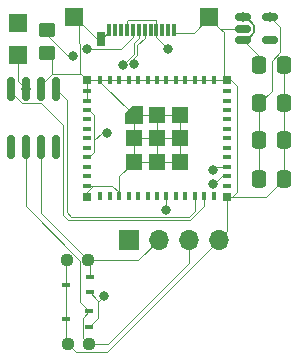
<source format=gbr>
%TF.GenerationSoftware,KiCad,Pcbnew,7.0.7*%
%TF.CreationDate,2023-09-14T22:30:26+02:00*%
%TF.ProjectId,CAN,43414e2e-6b69-4636-9164-5f7063625858,X1*%
%TF.SameCoordinates,Original*%
%TF.FileFunction,Copper,L1,Top*%
%TF.FilePolarity,Positive*%
%FSLAX46Y46*%
G04 Gerber Fmt 4.6, Leading zero omitted, Abs format (unit mm)*
G04 Created by KiCad (PCBNEW 7.0.7) date 2023-09-14 22:30:26*
%MOMM*%
%LPD*%
G01*
G04 APERTURE LIST*
G04 Aperture macros list*
%AMRoundRect*
0 Rectangle with rounded corners*
0 $1 Rounding radius*
0 $2 $3 $4 $5 $6 $7 $8 $9 X,Y pos of 4 corners*
0 Add a 4 corners polygon primitive as box body*
4,1,4,$2,$3,$4,$5,$6,$7,$8,$9,$2,$3,0*
0 Add four circle primitives for the rounded corners*
1,1,$1+$1,$2,$3*
1,1,$1+$1,$4,$5*
1,1,$1+$1,$6,$7*
1,1,$1+$1,$8,$9*
0 Add four rect primitives between the rounded corners*
20,1,$1+$1,$2,$3,$4,$5,0*
20,1,$1+$1,$4,$5,$6,$7,0*
20,1,$1+$1,$6,$7,$8,$9,0*
20,1,$1+$1,$8,$9,$2,$3,0*%
%AMFreePoly0*
4,1,6,0.725000,-0.725000,-0.725000,-0.725000,-0.725000,0.125000,-0.125000,0.725000,0.725000,0.725000,0.725000,-0.725000,0.725000,-0.725000,$1*%
G04 Aperture macros list end*
%TA.AperFunction,SMDPad,CuDef*%
%ADD10RoundRect,0.250000X-0.450000X0.350000X-0.450000X-0.350000X0.450000X-0.350000X0.450000X0.350000X0*%
%TD*%
%TA.AperFunction,SMDPad,CuDef*%
%ADD11R,1.500000X1.500000*%
%TD*%
%TA.AperFunction,SMDPad,CuDef*%
%ADD12RoundRect,0.250000X0.337500X0.475000X-0.337500X0.475000X-0.337500X-0.475000X0.337500X-0.475000X0*%
%TD*%
%TA.AperFunction,SMDPad,CuDef*%
%ADD13RoundRect,0.250000X-0.337500X-0.475000X0.337500X-0.475000X0.337500X0.475000X-0.337500X0.475000X0*%
%TD*%
%TA.AperFunction,SMDPad,CuDef*%
%ADD14R,0.380000X1.000000*%
%TD*%
%TA.AperFunction,SMDPad,CuDef*%
%ADD15R,0.700000X1.150000*%
%TD*%
%TA.AperFunction,SMDPad,CuDef*%
%ADD16RoundRect,0.237500X0.250000X0.237500X-0.250000X0.237500X-0.250000X-0.237500X0.250000X-0.237500X0*%
%TD*%
%TA.AperFunction,SMDPad,CuDef*%
%ADD17R,0.700000X0.450000*%
%TD*%
%TA.AperFunction,SMDPad,CuDef*%
%ADD18RoundRect,0.150000X-0.512500X-0.150000X0.512500X-0.150000X0.512500X0.150000X-0.512500X0.150000X0*%
%TD*%
%TA.AperFunction,SMDPad,CuDef*%
%ADD19R,0.800000X0.400000*%
%TD*%
%TA.AperFunction,SMDPad,CuDef*%
%ADD20R,0.400000X0.800000*%
%TD*%
%TA.AperFunction,SMDPad,CuDef*%
%ADD21FreePoly0,0.000000*%
%TD*%
%TA.AperFunction,SMDPad,CuDef*%
%ADD22R,1.450000X1.450000*%
%TD*%
%TA.AperFunction,SMDPad,CuDef*%
%ADD23R,0.700000X0.700000*%
%TD*%
%TA.AperFunction,SMDPad,CuDef*%
%ADD24RoundRect,0.150000X-0.150000X0.825000X-0.150000X-0.825000X0.150000X-0.825000X0.150000X0.825000X0*%
%TD*%
%TA.AperFunction,ComponentPad*%
%ADD25R,1.700000X1.700000*%
%TD*%
%TA.AperFunction,ComponentPad*%
%ADD26O,1.700000X1.700000*%
%TD*%
%TA.AperFunction,ViaPad*%
%ADD27C,0.800000*%
%TD*%
%TA.AperFunction,Conductor*%
%ADD28C,0.125000*%
%TD*%
G04 APERTURE END LIST*
D10*
%TO.P,R1,1*%
%TO.N,Net-(P1-CC)*%
X67183000Y-88424000D03*
%TO.P,R1,2*%
%TO.N,GND*%
X67183000Y-90424000D03*
%TD*%
D11*
%TO.P,TP6,1,1*%
%TO.N,+3.3V*%
X64770000Y-90551000D03*
%TD*%
%TO.P,TP5,1,1*%
%TO.N,VBUS*%
X64770000Y-87884000D03*
%TD*%
D12*
%TO.P,C4,2*%
%TO.N,+3.3V*%
X85195500Y-101092000D03*
%TO.P,C4,1*%
%TO.N,GND*%
X87270500Y-101092000D03*
%TD*%
D13*
%TO.P,C3,1*%
%TO.N,+3.3V*%
X85195500Y-97790000D03*
%TO.P,C3,2*%
%TO.N,GND*%
X87270500Y-97790000D03*
%TD*%
%TO.P,C2,1*%
%TO.N,+3.3V*%
X85195500Y-94615000D03*
%TO.P,C2,2*%
%TO.N,GND*%
X87270500Y-94615000D03*
%TD*%
%TO.P,C1,2*%
%TO.N,GND*%
X87270500Y-91440000D03*
%TO.P,C1,1*%
%TO.N,VBUS*%
X85195500Y-91440000D03*
%TD*%
D14*
%TO.P,P1,A1,GND*%
%TO.N,GND*%
X72480000Y-88414000D03*
%TO.P,P1,A2*%
%TO.N,N/C*%
X72980000Y-88414000D03*
%TO.P,P1,A3*%
X73480000Y-88414000D03*
%TO.P,P1,A4,VBUS*%
%TO.N,VBUS*%
X73980000Y-88414000D03*
%TO.P,P1,A5,CC*%
%TO.N,Net-(P1-CC)*%
X74480000Y-88414000D03*
%TO.P,P1,A6,D+*%
%TO.N,/D+*%
X74980000Y-88414000D03*
%TO.P,P1,A7,D-*%
%TO.N,/D-*%
X75480000Y-88414000D03*
%TO.P,P1,A8*%
%TO.N,N/C*%
X75980000Y-88414000D03*
%TO.P,P1,A9,VBUS*%
%TO.N,VBUS*%
X76480000Y-88414000D03*
%TO.P,P1,A10*%
%TO.N,N/C*%
X76980000Y-88414000D03*
%TO.P,P1,A11*%
X77480000Y-88414000D03*
%TO.P,P1,A12,GND*%
%TO.N,GND*%
X77980000Y-88414000D03*
D15*
%TO.P,P1,S1,SHIELD*%
X71810000Y-89254000D03*
%TD*%
D11*
%TO.P,TP1,1,1*%
%TO.N,GND*%
X69530000Y-87374000D03*
%TD*%
%TO.P,TP3,1,1*%
%TO.N,GND*%
X80930000Y-87374000D03*
%TD*%
D16*
%TO.P,R2,1*%
%TO.N,CAN_H*%
X70692500Y-107932000D03*
%TO.P,R2,2*%
%TO.N,GND*%
X68867500Y-107932000D03*
%TD*%
D17*
%TO.P,Q1,1,G*%
%TO.N,/TERM*%
X70812000Y-110666000D03*
%TO.P,Q1,2,S*%
%TO.N,CAN_H*%
X70812000Y-109366000D03*
%TO.P,Q1,3,D*%
%TO.N,GND*%
X68812000Y-110016000D03*
%TD*%
D18*
%TO.P,U1,1,VIN*%
%TO.N,VBUS*%
X83820000Y-87390000D03*
%TO.P,U1,2,GND*%
%TO.N,GND*%
X83820000Y-88340000D03*
%TO.P,U1,3,EN*%
%TO.N,VBUS*%
X83820000Y-89290000D03*
%TO.P,U1,4,NC*%
%TO.N,unconnected-(U1-NC-Pad4)*%
X86095000Y-89290000D03*
%TO.P,U1,5,VOUT*%
%TO.N,+3.3V*%
X86095000Y-87390000D03*
%TD*%
D19*
%TO.P,U5,1,GND*%
%TO.N,GND*%
X70630000Y-93624000D03*
%TO.P,U5,2,GND*%
X70630000Y-94424000D03*
%TO.P,U5,3,3V3*%
%TO.N,+3.3V*%
X70630000Y-95224000D03*
%TO.P,U5,4,NC*%
%TO.N,unconnected-(U5-NC-Pad4)*%
X70630000Y-96024000D03*
%TO.P,U5,5,GPIO2/ADC1_CH2*%
%TO.N,unconnected-(U5-GPIO2{slash}ADC1_CH2-Pad5)*%
X70630000Y-96824000D03*
%TO.P,U5,6,GPIO3/ADC1_CH3*%
%TO.N,unconnected-(U5-GPIO3{slash}ADC1_CH3-Pad6)*%
X70630000Y-97624000D03*
%TO.P,U5,7,NC*%
%TO.N,unconnected-(U5-NC-Pad7)*%
X70630000Y-98424000D03*
%TO.P,U5,8,EN/CHIP_PU*%
%TO.N,+3.3V*%
X70630000Y-99224000D03*
%TO.P,U5,9,NC*%
%TO.N,unconnected-(U5-NC-Pad9)*%
X70630000Y-100024000D03*
%TO.P,U5,10,NC*%
%TO.N,unconnected-(U5-NC-Pad10)*%
X70630000Y-100824000D03*
%TO.P,U5,11,GND*%
%TO.N,GND*%
X70630000Y-101624000D03*
D20*
%TO.P,U5,12,GPIO0/ADC1_CH0/XTAL_32K_P*%
%TO.N,unconnected-(U5-GPIO0{slash}ADC1_CH0{slash}XTAL_32K_P-Pad12)*%
X71730000Y-102524000D03*
%TO.P,U5,13,GPIO1/ADC1_CH1/XTAL_32K_N*%
%TO.N,unconnected-(U5-GPIO1{slash}ADC1_CH1{slash}XTAL_32K_N-Pad13)*%
X72530000Y-102524000D03*
%TO.P,U5,14,GND*%
%TO.N,GND*%
X73330000Y-102524000D03*
%TO.P,U5,15,NC*%
%TO.N,unconnected-(U5-NC-Pad15)*%
X74130000Y-102524000D03*
%TO.P,U5,16,GPIO10*%
%TO.N,unconnected-(U5-GPIO10-Pad16)*%
X74930000Y-102524000D03*
%TO.P,U5,17,NC*%
%TO.N,unconnected-(U5-NC-Pad17)*%
X75730000Y-102524000D03*
%TO.P,U5,18,GPIO4/ADC1_CH4*%
%TO.N,unconnected-(U5-GPIO4{slash}ADC1_CH4-Pad18)*%
X76530000Y-102524000D03*
%TO.P,U5,19,GPIO5/ADC2_CH0*%
%TO.N,/TERM*%
X77330000Y-102524000D03*
%TO.P,U5,20,GPIO6*%
%TO.N,unconnected-(U5-GPIO6-Pad20)*%
X78130000Y-102524000D03*
%TO.P,U5,21,GPIO7*%
%TO.N,unconnected-(U5-GPIO7-Pad21)*%
X78930000Y-102524000D03*
%TO.P,U5,22,GPIO8*%
%TO.N,/CAN_TX*%
X79730000Y-102524000D03*
%TO.P,U5,23,GPIO9*%
%TO.N,/CAN_RX*%
X80530000Y-102524000D03*
%TO.P,U5,24,NC*%
%TO.N,unconnected-(U5-NC-Pad24)*%
X81330000Y-102524000D03*
D19*
%TO.P,U5,25,NC*%
%TO.N,unconnected-(U5-NC-Pad25)*%
X82430000Y-101624000D03*
%TO.P,U5,26,GPIO18/USB_D-*%
%TO.N,/D-*%
X82430000Y-100824000D03*
%TO.P,U5,27,GPIO19/USB_D+*%
%TO.N,/D+*%
X82430000Y-100024000D03*
%TO.P,U5,28,NC*%
%TO.N,unconnected-(U5-NC-Pad28)*%
X82430000Y-99224000D03*
%TO.P,U5,29,NC*%
%TO.N,unconnected-(U5-NC-Pad29)*%
X82430000Y-98424000D03*
%TO.P,U5,30,GPIO20/U0RXD*%
%TO.N,/RXD*%
X82430000Y-97624000D03*
%TO.P,U5,31,GPIO21/U0TXD*%
%TO.N,/TXD*%
X82430000Y-96824000D03*
%TO.P,U5,32,NC*%
%TO.N,unconnected-(U5-NC-Pad32)*%
X82430000Y-96024000D03*
%TO.P,U5,33,NC*%
%TO.N,unconnected-(U5-NC-Pad33)*%
X82430000Y-95224000D03*
%TO.P,U5,34,NC*%
%TO.N,unconnected-(U5-NC-Pad34)*%
X82430000Y-94424000D03*
%TO.P,U5,35,NC*%
%TO.N,unconnected-(U5-NC-Pad35)*%
X82430000Y-93624000D03*
D20*
%TO.P,U5,36,GND*%
%TO.N,GND*%
X81330000Y-92724000D03*
%TO.P,U5,37,GND*%
X80530000Y-92724000D03*
%TO.P,U5,38,GND*%
X79730000Y-92724000D03*
%TO.P,U5,39,GND*%
X78930000Y-92724000D03*
%TO.P,U5,40,GND*%
X78130000Y-92724000D03*
%TO.P,U5,41,GND*%
X77330000Y-92724000D03*
%TO.P,U5,42,GND*%
X76530000Y-92724000D03*
%TO.P,U5,43,GND*%
X75730000Y-92724000D03*
%TO.P,U5,44,GND*%
X74930000Y-92724000D03*
%TO.P,U5,45,GND*%
X74130000Y-92724000D03*
%TO.P,U5,46,GND*%
X73330000Y-92724000D03*
%TO.P,U5,47,GND*%
X72530000Y-92724000D03*
%TO.P,U5,48,GND*%
X71730000Y-92724000D03*
D21*
%TO.P,U5,49,GND*%
X74555000Y-95649000D03*
D22*
X74555000Y-97624000D03*
X74555000Y-99599000D03*
X76530000Y-95649000D03*
X76530000Y-97624000D03*
X76530000Y-99599000D03*
X78505000Y-95649000D03*
X78505000Y-97624000D03*
X78505000Y-99599000D03*
D23*
%TO.P,U5,50,GND*%
X82480000Y-92674000D03*
%TO.P,U5,51,GND*%
X82480000Y-102574000D03*
%TO.P,U5,52,GND*%
X70580000Y-102574000D03*
%TO.P,U5,53,GND*%
X70580000Y-92674000D03*
%TD*%
D16*
%TO.P,R3,1*%
%TO.N,CAN_L*%
X70796000Y-115030000D03*
%TO.P,R3,2*%
%TO.N,GND*%
X68971000Y-115030000D03*
%TD*%
D24*
%TO.P,U2,1,D*%
%TO.N,/CAN_TX*%
X67945000Y-93424000D03*
%TO.P,U2,2,GND*%
%TO.N,GND*%
X66675000Y-93424000D03*
%TO.P,U2,3,VCC*%
%TO.N,+3.3V*%
X65405000Y-93424000D03*
%TO.P,U2,4,R*%
%TO.N,/CAN_RX*%
X64135000Y-93424000D03*
%TO.P,U2,5,Vref*%
%TO.N,unconnected-(U2-Vref-Pad5)*%
X64135000Y-98374000D03*
%TO.P,U2,6,CANL*%
%TO.N,CAN_L*%
X65405000Y-98374000D03*
%TO.P,U2,7,CANH*%
%TO.N,CAN_H*%
X66675000Y-98374000D03*
%TO.P,U2,8,Rs*%
%TO.N,unconnected-(U2-Rs-Pad8)*%
X67945000Y-98374000D03*
%TD*%
D25*
%TO.P,J1,1,Pin_1*%
%TO.N,VBUS*%
X74150000Y-106200000D03*
D26*
%TO.P,J1,2,Pin_2*%
%TO.N,CAN_H*%
X76690000Y-106200000D03*
%TO.P,J1,3,Pin_3*%
%TO.N,CAN_L*%
X79230000Y-106200000D03*
%TO.P,J1,4,Pin_4*%
%TO.N,GND*%
X81770000Y-106200000D03*
%TD*%
D17*
%TO.P,Q2,1,G*%
%TO.N,/TERM*%
X70796000Y-113572000D03*
%TO.P,Q2,2,S*%
%TO.N,CAN_L*%
X70796000Y-112272000D03*
%TO.P,Q2,3,D*%
%TO.N,GND*%
X68796000Y-112922000D03*
%TD*%
D27*
%TO.N,Net-(P1-CC)*%
X69395000Y-90678000D03*
X70559000Y-90043000D03*
%TO.N,+3.3V*%
X72263000Y-97155000D03*
X64770000Y-90551000D03*
%TO.N,VBUS*%
X64770000Y-87884000D03*
%TO.N,GND*%
X80930000Y-87374000D03*
X69530000Y-87374000D03*
%TO.N,+3.3V*%
X65405000Y-93424000D03*
X86095000Y-87390000D03*
%TO.N,VBUS*%
X77442500Y-90091500D03*
X83820000Y-87390000D03*
%TO.N,/D+*%
X73660000Y-91454000D03*
X81280000Y-100344000D03*
%TO.N,/D-*%
X81280000Y-101524498D03*
X74597631Y-91339443D03*
%TO.N,/TERM*%
X72000000Y-111000000D03*
X77300000Y-103673000D03*
%TD*%
D28*
%TO.N,Net-(P1-CC)*%
X70559000Y-90043000D02*
X73476000Y-90043000D01*
X73476000Y-90043000D02*
X74480000Y-89039000D01*
X74480000Y-89039000D02*
X74480000Y-88414000D01*
X67183000Y-88900000D02*
X67183000Y-88424000D01*
X68961000Y-90678000D02*
X67183000Y-88900000D01*
X69395000Y-90678000D02*
X68961000Y-90678000D01*
%TO.N,/D-*%
X75480000Y-89129000D02*
X75480000Y-88414000D01*
X74597631Y-91339443D02*
X74597631Y-90862851D01*
X74597631Y-90862851D02*
X74850000Y-90610482D01*
X74850000Y-90610482D02*
X74850000Y-89759000D01*
X74850000Y-89759000D02*
X75480000Y-89129000D01*
%TO.N,/D+*%
X73660000Y-91454000D02*
X74605000Y-90509000D01*
X74605000Y-90509000D02*
X74605000Y-89544380D01*
X74605000Y-89544380D02*
X74980000Y-89169380D01*
X74980000Y-89169380D02*
X74980000Y-88414000D01*
%TO.N,GND*%
X69530000Y-87374000D02*
X69902500Y-87746500D01*
X69902500Y-87746500D02*
X69902500Y-89596280D01*
X69902500Y-89596280D02*
X69977000Y-89670780D01*
X69977000Y-89670780D02*
X69977000Y-92071000D01*
X69977000Y-92071000D02*
X70580000Y-92674000D01*
X67183000Y-90424000D02*
X67624137Y-90865137D01*
X67624137Y-90865137D02*
X67624137Y-92186500D01*
%TO.N,+3.3V*%
X71847500Y-97155000D02*
X71212500Y-97790000D01*
X71212500Y-98806500D02*
X71212500Y-97790000D01*
X71212500Y-97790000D02*
X71212500Y-95641500D01*
X72263000Y-97155000D02*
X71847500Y-97155000D01*
X65405000Y-93424000D02*
X64770000Y-92789000D01*
X64770000Y-92789000D02*
X64770000Y-90551000D01*
X86095000Y-87390000D02*
X86940000Y-88235000D01*
X86940000Y-88235000D02*
X86940000Y-90338500D01*
X86940000Y-90338500D02*
X86233000Y-91045500D01*
X86233000Y-91045500D02*
X86233000Y-93577500D01*
X86233000Y-93577500D02*
X85195500Y-94615000D01*
%TO.N,VBUS*%
X85195500Y-91440000D02*
X85195500Y-90665500D01*
X85195500Y-90665500D02*
X83820000Y-89290000D01*
%TO.N,GND*%
X87270500Y-101092000D02*
X85788500Y-102574000D01*
X85788500Y-102574000D02*
X82480000Y-102574000D01*
%TO.N,+3.3V*%
X85195500Y-94615000D02*
X85195500Y-101092000D01*
%TO.N,GND*%
X87270500Y-101092000D02*
X87270500Y-91440000D01*
X82480000Y-102574000D02*
X82866000Y-102574000D01*
X82866000Y-102574000D02*
X83280000Y-102160000D01*
X83280000Y-102160000D02*
X83280000Y-93170000D01*
X83280000Y-93170000D02*
X82784000Y-92674000D01*
X82784000Y-92674000D02*
X82480000Y-92674000D01*
X81896000Y-88340000D02*
X82220000Y-88664000D01*
X82220000Y-88664000D02*
X82220000Y-92414000D01*
X82220000Y-92414000D02*
X82480000Y-92674000D01*
%TO.N,+3.3V*%
X70630000Y-99224000D02*
X70795000Y-99224000D01*
X71212500Y-95641500D02*
X70795000Y-95224000D01*
X70795000Y-99224000D02*
X71212500Y-98806500D01*
X70795000Y-95224000D02*
X70630000Y-95224000D01*
%TO.N,GND*%
X68796000Y-114855000D02*
X68796000Y-112922000D01*
X71120000Y-101624000D02*
X70630000Y-101624000D01*
X70630000Y-92724000D02*
X70580000Y-92674000D01*
X72480000Y-88584000D02*
X71810000Y-89254000D01*
X82480000Y-105490000D02*
X81770000Y-106200000D01*
X73330000Y-100824000D02*
X73330000Y-102524000D01*
X74555000Y-99599000D02*
X78505000Y-99599000D01*
X71730000Y-92824000D02*
X71730000Y-92724000D01*
X74555000Y-95649000D02*
X78505000Y-95649000D01*
X82430000Y-92724000D02*
X82480000Y-92674000D01*
X69530000Y-87374000D02*
X69580000Y-87374000D01*
X73330000Y-102524000D02*
X73330000Y-102199000D01*
X73330000Y-102199000D02*
X72755000Y-101624000D01*
X81896000Y-88340000D02*
X80930000Y-87374000D01*
X72282500Y-115687500D02*
X69628500Y-115687500D01*
X74555000Y-95649000D02*
X71730000Y-92824000D01*
X71460000Y-89254000D02*
X71810000Y-89254000D01*
X76530000Y-95649000D02*
X76530000Y-99599000D01*
X68796000Y-110032000D02*
X68812000Y-110016000D01*
X66675000Y-93424000D02*
X66675000Y-93135637D01*
X74555000Y-99599000D02*
X74555000Y-95649000D01*
X72755000Y-101624000D02*
X71120000Y-101624000D01*
X70092500Y-92186500D02*
X70580000Y-92674000D01*
X70580000Y-102164000D02*
X70580000Y-102574000D01*
X77980000Y-88414000D02*
X77980000Y-88679000D01*
X66675000Y-93135637D02*
X67624137Y-92186500D01*
X81770000Y-106200000D02*
X72282500Y-115687500D01*
X82480000Y-102574000D02*
X82480000Y-105490000D01*
X74555000Y-99599000D02*
X73330000Y-100824000D01*
X71730000Y-92724000D02*
X82430000Y-92724000D01*
X79625000Y-88679000D02*
X80930000Y-87374000D01*
X72480000Y-88414000D02*
X72480000Y-88584000D01*
X70630000Y-94424000D02*
X70630000Y-92724000D01*
X69580000Y-87374000D02*
X71460000Y-89254000D01*
X68971000Y-115030000D02*
X68796000Y-114855000D01*
X68796000Y-112922000D02*
X68796000Y-110032000D01*
X71680000Y-92674000D02*
X71730000Y-92724000D01*
X78505000Y-99599000D02*
X78505000Y-95649000D01*
X70580000Y-92674000D02*
X71680000Y-92674000D01*
X68812000Y-107987500D02*
X68867500Y-107932000D01*
X69628500Y-115687500D02*
X68971000Y-115030000D01*
X77980000Y-88679000D02*
X79625000Y-88679000D01*
X74555000Y-97624000D02*
X78505000Y-97624000D01*
X68812000Y-110016000D02*
X68812000Y-107987500D01*
X71120000Y-101624000D02*
X70580000Y-102164000D01*
X67624137Y-92186500D02*
X70092500Y-92186500D01*
X83820000Y-88340000D02*
X81896000Y-88340000D01*
%TO.N,VBUS*%
X76432500Y-88461500D02*
X76480000Y-88414000D01*
X76480000Y-87699000D02*
X76480000Y-88414000D01*
X83820000Y-87390000D02*
X84002726Y-87390000D01*
X84002726Y-89290000D02*
X83820000Y-89290000D01*
X84745000Y-88660863D02*
X84115863Y-89290000D01*
X83855500Y-89290000D02*
X83820000Y-89290000D01*
X73980000Y-88414000D02*
X73980000Y-87699000D01*
X74035000Y-87644000D02*
X76425000Y-87644000D01*
X73980000Y-87699000D02*
X74035000Y-87644000D01*
X84665000Y-88627726D02*
X84002726Y-89290000D01*
X84002726Y-87390000D02*
X84665000Y-88052274D01*
X77442500Y-90091500D02*
X76432500Y-89081500D01*
X84665000Y-88052274D02*
X84665000Y-88627726D01*
X84115863Y-87390000D02*
X84745000Y-88019137D01*
X84115863Y-89290000D02*
X83820000Y-89290000D01*
X76425000Y-87644000D02*
X76480000Y-87699000D01*
X83820000Y-87390000D02*
X84115863Y-87390000D01*
X84745000Y-88019137D02*
X84745000Y-88660863D01*
X76432500Y-89081500D02*
X76432500Y-88461500D01*
%TO.N,/D+*%
X81280000Y-100344000D02*
X81600000Y-100024000D01*
X81600000Y-100024000D02*
X82430000Y-100024000D01*
%TO.N,/D-*%
X82070000Y-100824000D02*
X81369502Y-101524498D01*
X82430000Y-100824000D02*
X82070000Y-100824000D01*
X81369502Y-101524498D02*
X81280000Y-101524498D01*
%TO.N,/TERM*%
X71517000Y-112851000D02*
X71517000Y-111371000D01*
X71629000Y-111371000D02*
X72000000Y-111000000D01*
X77300000Y-102554000D02*
X77330000Y-102524000D01*
X71517000Y-111371000D02*
X70812000Y-110666000D01*
X77300000Y-103673000D02*
X77300000Y-102554000D01*
X71517000Y-111371000D02*
X71629000Y-111371000D01*
X70796000Y-113572000D02*
X71517000Y-112851000D01*
%TO.N,/CAN_TX*%
X67945000Y-93424000D02*
X68905000Y-94384000D01*
X79258018Y-104255000D02*
X79730000Y-103783018D01*
X69255000Y-104255000D02*
X79258018Y-104255000D01*
X79730000Y-103783018D02*
X79730000Y-102524000D01*
X68905000Y-94384000D02*
X68905000Y-103905000D01*
X68905000Y-103905000D02*
X69255000Y-104255000D01*
%TO.N,/CAN_RX*%
X66707500Y-94661500D02*
X68580000Y-96534000D01*
X69000000Y-104500000D02*
X79359500Y-104500000D01*
X65084137Y-94661500D02*
X66707500Y-94661500D01*
X79359500Y-104500000D02*
X80530000Y-103329500D01*
X68580000Y-104080000D02*
X69000000Y-104500000D01*
X80530000Y-103329500D02*
X80530000Y-102524000D01*
X64135000Y-93712363D02*
X65084137Y-94661500D01*
X64135000Y-93424000D02*
X64135000Y-93712363D01*
X68580000Y-96534000D02*
X68580000Y-104080000D01*
%TO.N,CAN_L*%
X65405000Y-103388030D02*
X70022500Y-108005530D01*
X65405000Y-98374000D02*
X65405000Y-103388030D01*
X72370000Y-115030000D02*
X70796000Y-115030000D01*
X70022500Y-111498500D02*
X70796000Y-112272000D01*
X70022500Y-108005530D02*
X70022500Y-111498500D01*
X70796000Y-115030000D02*
X70263500Y-114497500D01*
X70263500Y-112804500D02*
X70796000Y-112272000D01*
X79230000Y-108170000D02*
X72370000Y-115030000D01*
X79230000Y-106200000D02*
X79230000Y-108170000D01*
X70263500Y-114497500D02*
X70263500Y-112804500D01*
%TO.N,CAN_H*%
X70692500Y-107932000D02*
X66675000Y-103914500D01*
X74958000Y-107932000D02*
X70692500Y-107932000D01*
X70812000Y-109366000D02*
X70812000Y-108051500D01*
X66675000Y-103914500D02*
X66675000Y-98374000D01*
X70812000Y-108051500D02*
X70692500Y-107932000D01*
X76690000Y-106200000D02*
X74958000Y-107932000D01*
%TD*%
M02*

</source>
